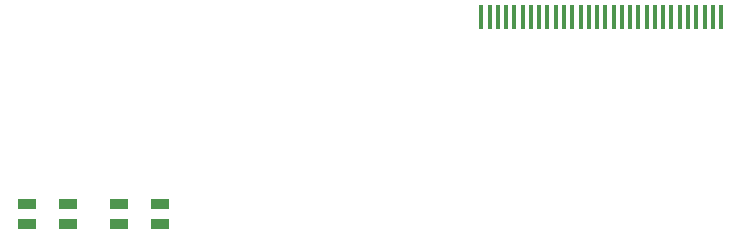
<source format=gbr>
%TF.GenerationSoftware,KiCad,Pcbnew,9.0.7*%
%TF.CreationDate,2026-02-07T12:31:03+00:00*%
%TF.ProjectId,micro discord board,6d696372-6f20-4646-9973-636f72642062,rev?*%
%TF.SameCoordinates,Original*%
%TF.FileFunction,Paste,Top*%
%TF.FilePolarity,Positive*%
%FSLAX46Y46*%
G04 Gerber Fmt 4.6, Leading zero omitted, Abs format (unit mm)*
G04 Created by KiCad (PCBNEW 9.0.7) date 2026-02-07 12:31:03*
%MOMM*%
%LPD*%
G01*
G04 APERTURE LIST*
%ADD10R,1.600000X0.850000*%
%ADD11R,0.400000X2.000000*%
G04 APERTURE END LIST*
D10*
%TO.C,D2*%
X79212500Y-80087500D03*
X79212500Y-81837500D03*
X82712500Y-81837500D03*
X82712500Y-80087500D03*
%TD*%
D11*
%TO.C,DS1*%
X117668750Y-64293750D03*
X118368750Y-64293750D03*
X119068750Y-64293750D03*
X119768750Y-64293750D03*
X120468750Y-64293750D03*
X121168750Y-64293750D03*
X121868750Y-64293750D03*
X122568750Y-64293750D03*
X123268750Y-64293750D03*
X123968750Y-64293750D03*
X124668750Y-64293750D03*
X125368750Y-64293750D03*
X126068750Y-64293750D03*
X126768750Y-64293750D03*
X127468750Y-64293750D03*
X128168750Y-64293750D03*
X128868750Y-64293750D03*
X129568750Y-64293750D03*
X130268750Y-64293750D03*
X130968750Y-64293750D03*
X131668750Y-64293750D03*
X132368750Y-64293750D03*
X133068750Y-64293750D03*
X133768750Y-64293750D03*
X134468750Y-64293750D03*
X135168750Y-64293750D03*
X135868750Y-64293750D03*
X136568750Y-64293750D03*
X137268750Y-64293750D03*
X137968750Y-64293750D03*
%TD*%
D10*
%TO.C,D1*%
X86987500Y-80087500D03*
X86987500Y-81837500D03*
X90487500Y-81837500D03*
X90487500Y-80087500D03*
%TD*%
M02*

</source>
